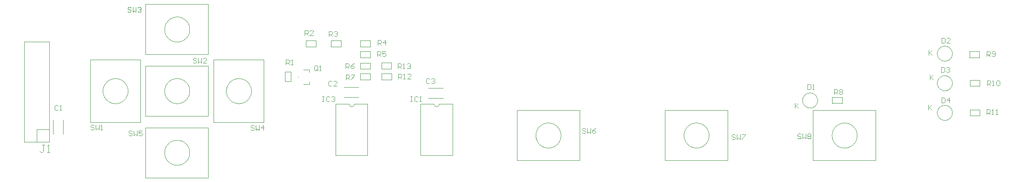
<source format=gto>
*%FSLAX23Y23*%
*%MOIN*%
G01*
D11*
X6083Y7888D02*
X6090Y7881D01*
X6083Y7888D02*
X6070D01*
X6063Y7881D01*
Y7855D01*
X6070Y7848D01*
X6083D01*
X6090Y7855D01*
X6103Y7848D02*
X6116D01*
X6110D01*
Y7888D01*
X6111D01*
X6110D02*
X6103Y7881D01*
X5985Y7570D02*
X5965D01*
X5975D01*
Y7520D01*
X5965Y7510D01*
X5955D01*
X5945Y7520D01*
X6005Y7510D02*
X6025D01*
X6015D01*
Y7570D01*
X6016D01*
X6015D02*
X6005Y7560D01*
X6370Y7731D02*
X6377Y7724D01*
X6370Y7731D02*
X6357D01*
X6350Y7724D01*
Y7717D01*
X6357Y7711D01*
X6370D01*
X6377Y7704D01*
Y7697D01*
X6370Y7691D01*
X6357D01*
X6350Y7697D01*
X6390Y7691D02*
Y7731D01*
X6404Y7704D02*
X6390Y7691D01*
X6404Y7704D02*
X6417Y7691D01*
Y7731D01*
X6430Y7691D02*
X6444D01*
X6437D01*
Y7731D01*
X6438D01*
X6437D02*
X6430Y7724D01*
X8059Y8446D02*
Y8486D01*
X8079D01*
X8086Y8480D01*
Y8466D01*
X8079Y8460D01*
X8059D01*
X8072D02*
X8086Y8446D01*
X8099D02*
X8126D01*
X8099D02*
X8126Y8473D01*
Y8480D01*
X8119Y8486D01*
X8106D01*
X8099Y8480D01*
X7909Y8250D02*
Y8210D01*
Y8250D02*
X7929D01*
X7936Y8244D01*
Y8230D01*
X7929Y8224D01*
X7909D01*
X7923D02*
X7936Y8210D01*
X7949D02*
X7963D01*
X7956D01*
Y8250D01*
X7957D01*
X7956D02*
X7949Y8244D01*
X8161Y8196D02*
Y8170D01*
Y8196D02*
X8154Y8203D01*
X8141D01*
X8134Y8196D01*
Y8170D01*
X8141Y8163D01*
X8154D01*
X8161D02*
X8147Y8176D01*
X8154Y8163D02*
X8161Y8170D01*
X8174Y8163D02*
X8187D01*
X8181D01*
Y8203D01*
X8182D01*
X8181D02*
X8174Y8196D01*
X7193Y8257D02*
X7186Y8264D01*
X7173D01*
X7166Y8257D01*
Y8250D01*
X7173Y8244D01*
X7186D01*
X7193Y8237D01*
Y8230D01*
X7186Y8224D01*
X7173D01*
X7166Y8230D01*
X7206Y8224D02*
Y8264D01*
X7220Y8237D02*
X7206Y8224D01*
X7220Y8237D02*
X7233Y8224D01*
Y8264D01*
X7246Y8224D02*
X7273D01*
X7246D02*
X7273Y8250D01*
Y8257D01*
X7266Y8264D01*
X7253D01*
X7246Y8257D01*
X6674Y7683D02*
X6680Y7677D01*
X6674Y7683D02*
X6660D01*
X6654Y7677D01*
Y7670D01*
X6660Y7663D01*
X6674D01*
X6680Y7657D01*
Y7650D01*
X6674Y7643D01*
X6660D01*
X6654Y7650D01*
X6694Y7643D02*
Y7683D01*
X6707Y7657D02*
X6694Y7643D01*
X6707Y7657D02*
X6720Y7643D01*
Y7683D01*
X6734D02*
X6760D01*
X6734D02*
Y7663D01*
X6747Y7670D01*
X6754D01*
X6760Y7663D01*
Y7650D01*
X6754Y7643D01*
X6740D01*
X6734Y7650D01*
X6672Y8665D02*
X6666Y8671D01*
X6652D01*
X6646Y8665D01*
Y8658D01*
X6652Y8651D01*
X6666D01*
X6672Y8645D01*
Y8638D01*
X6666Y8631D01*
X6652D01*
X6646Y8638D01*
X6686Y8631D02*
Y8671D01*
X6699Y8645D02*
X6686Y8631D01*
X6699Y8645D02*
X6712Y8631D01*
Y8671D01*
X6726Y8665D02*
X6732Y8671D01*
X6746D01*
X6752Y8665D01*
Y8658D01*
X6753D01*
X6752D02*
X6753D01*
X6752D02*
X6753D01*
X6752D02*
X6746Y8651D01*
X6739D01*
X6746D01*
X6752Y8645D01*
Y8638D01*
X6746Y8631D01*
X6732D01*
X6726Y8638D01*
X7646Y7727D02*
X7653Y7720D01*
X7646Y7727D02*
X7633D01*
X7626Y7720D01*
Y7713D01*
X7633Y7707D01*
X7646D01*
X7653Y7700D01*
Y7693D01*
X7646Y7687D01*
X7633D01*
X7626Y7693D01*
X7666Y7687D02*
Y7727D01*
X7679Y7700D02*
X7666Y7687D01*
X7679Y7700D02*
X7693Y7687D01*
Y7727D01*
X7726D02*
Y7687D01*
X7706Y7707D02*
X7726Y7727D01*
X7733Y7707D02*
X7706D01*
X8385Y8181D02*
Y8221D01*
X8405D01*
X8412Y8214D01*
Y8201D01*
X8405Y8194D01*
X8385D01*
X8398D02*
X8412Y8181D01*
X8438Y8214D02*
X8452Y8221D01*
X8438Y8214D02*
X8425Y8201D01*
Y8187D01*
X8432Y8181D01*
X8445D01*
X8452Y8187D01*
Y8194D01*
X8445Y8201D01*
X8425D01*
X8638Y8277D02*
Y8317D01*
X8658D01*
X8664Y8310D01*
Y8297D01*
X8658Y8290D01*
X8638D01*
X8651D02*
X8664Y8277D01*
X8678Y8317D02*
X8704D01*
X8678D02*
Y8297D01*
X8691Y8304D01*
X8698D01*
X8704Y8297D01*
Y8284D01*
X8698Y8277D01*
X8684D01*
X8678Y8284D01*
X8642Y8368D02*
Y8408D01*
X8662D01*
X8668Y8401D01*
Y8388D01*
X8662Y8381D01*
X8642D01*
X8655D02*
X8668Y8368D01*
X8702D02*
Y8408D01*
X8682Y8388D01*
X8708D01*
X8252Y8439D02*
Y8479D01*
X8272D01*
X8279Y8472D01*
Y8459D01*
X8272Y8452D01*
X8252D01*
X8265D02*
X8279Y8439D01*
X8292Y8472D02*
X8299Y8479D01*
X8312D01*
X8319Y8472D01*
Y8465D01*
X8320D01*
X8319D02*
X8320D01*
X8319D02*
X8320D01*
X8319D02*
X8312Y8459D01*
X8305D01*
X8312D01*
X8319Y8452D01*
Y8445D01*
X8312Y8439D01*
X8299D01*
X8292Y8445D01*
X9048Y8101D02*
X9054Y8094D01*
X9048Y8101D02*
X9034D01*
X9028Y8094D01*
Y8067D01*
X9034Y8061D01*
X9048D01*
X9054Y8067D01*
X9068Y8094D02*
X9074Y8101D01*
X9088D01*
X9094Y8094D01*
Y8087D01*
X9095D01*
X9094D02*
X9095D01*
X9094D02*
X9095D01*
X9094D02*
X9088Y8081D01*
X9081D01*
X9088D01*
X9094Y8074D01*
Y8067D01*
X9088Y8061D01*
X9074D01*
X9068Y8067D01*
X8274Y8075D02*
X8267Y8082D01*
X8254D01*
X8247Y8075D01*
Y8048D01*
X8254Y8042D01*
X8267D01*
X8274Y8048D01*
X8287Y8042D02*
X8314D01*
X8287D02*
X8314Y8068D01*
Y8075D01*
X8307Y8082D01*
X8294D01*
X8287Y8075D01*
X8210Y7959D02*
X8197D01*
X8204D02*
X8210D01*
X8204D02*
Y7919D01*
X8197D01*
X8210D01*
X8250Y7959D02*
X8257Y7952D01*
X8250Y7959D02*
X8237D01*
X8230Y7952D01*
Y7926D01*
X8237Y7919D01*
X8250D01*
X8257Y7926D01*
X8270Y7952D02*
X8277Y7959D01*
X8290D01*
X8297Y7952D01*
Y7946D01*
X8298D01*
X8297D02*
X8298D01*
X8297D02*
X8298D01*
X8297D02*
X8290Y7939D01*
X8284D01*
X8290D01*
X8297Y7932D01*
Y7926D01*
X8290Y7919D01*
X8277D01*
X8270Y7926D01*
X8902Y7959D02*
X8915D01*
X8908D01*
Y7919D01*
X8902D01*
X8915D01*
X8955Y7959D02*
X8962Y7952D01*
X8955Y7959D02*
X8942D01*
X8935Y7952D01*
Y7926D01*
X8942Y7919D01*
X8955D01*
X8962Y7926D01*
X8975Y7919D02*
X8988D01*
X8982D01*
Y7959D01*
X8983D01*
X8982D02*
X8975Y7952D01*
X8387Y8090D02*
Y8130D01*
X8407D01*
X8414Y8123D01*
Y8110D01*
X8407Y8103D01*
X8387D01*
X8400D02*
X8414Y8090D01*
X8427Y8130D02*
X8454D01*
Y8123D01*
X8427Y8096D01*
Y8090D01*
X8801Y8180D02*
Y8220D01*
X8821D01*
X8828Y8213D01*
Y8200D01*
X8821Y8193D01*
X8801D01*
X8814D02*
X8828Y8180D01*
X8841D02*
X8854D01*
X8848D01*
Y8220D01*
X8849D01*
X8848D02*
X8841Y8213D01*
X8874D02*
X8881Y8220D01*
X8894D01*
X8901Y8213D01*
Y8206D01*
X8902D01*
X8901D02*
X8902D01*
X8901D02*
X8902D01*
X8901D02*
X8894Y8200D01*
X8888D01*
X8894D01*
X8901Y8193D01*
Y8186D01*
X8894Y8180D01*
X8881D01*
X8874Y8186D01*
X8803Y8137D02*
Y8097D01*
Y8137D02*
X8823D01*
X8830Y8130D01*
Y8117D01*
X8823Y8110D01*
X8803D01*
X8816D02*
X8830Y8097D01*
X8843D02*
X8856D01*
X8850D01*
Y8137D01*
X8851D01*
X8850D02*
X8843Y8130D01*
X8876Y8097D02*
X8903D01*
X8876D02*
X8903Y8123D01*
Y8130D01*
X8896Y8137D01*
X8883D01*
X8876Y8130D01*
X11485Y7656D02*
X11491Y7649D01*
X11485Y7656D02*
X11471D01*
X11465Y7649D01*
Y7642D01*
X11471Y7636D01*
X11485D01*
X11491Y7629D01*
Y7622D01*
X11485Y7616D01*
X11471D01*
X11465Y7622D01*
X11505Y7616D02*
Y7656D01*
X11518Y7629D02*
X11505Y7616D01*
X11518Y7629D02*
X11531Y7616D01*
Y7656D01*
X11545D02*
X11571D01*
Y7649D01*
X11545Y7622D01*
Y7616D01*
X10298Y7696D02*
X10292Y7703D01*
X10278D01*
X10272Y7696D01*
Y7690D01*
X10278Y7683D01*
X10292D01*
X10298Y7676D01*
Y7670D01*
X10292Y7663D01*
X10278D01*
X10272Y7670D01*
X10312Y7663D02*
Y7703D01*
X10325Y7676D02*
X10312Y7663D01*
X10325Y7676D02*
X10338Y7663D01*
Y7703D01*
X10365Y7696D02*
X10378Y7703D01*
X10365Y7696D02*
X10352Y7683D01*
Y7670D01*
X10358Y7663D01*
X10372D01*
X10378Y7670D01*
Y7676D01*
X10372Y7683D01*
X10352D01*
X12280Y7974D02*
Y8014D01*
X12300D01*
X12306Y8007D01*
Y7994D01*
X12300Y7987D01*
X12280D01*
X12293D02*
X12306Y7974D01*
X12320Y8007D02*
X12326Y8014D01*
X12340D01*
X12346Y8007D01*
Y8001D01*
X12340Y7994D01*
X12346Y7987D01*
Y7981D01*
X12340Y7974D01*
X12326D01*
X12320Y7981D01*
Y7987D01*
X12326Y7994D01*
X12320Y8001D01*
Y8007D01*
X12326Y7994D02*
X12340D01*
X12067Y8013D02*
Y8053D01*
Y8013D02*
X12087D01*
X12094Y8020D01*
Y8047D01*
X12087Y8053D01*
X12067D01*
X12107Y8013D02*
X12120D01*
X12114D01*
Y8053D01*
X12115D01*
X12114D02*
X12107Y8047D01*
X12008Y7660D02*
X12015Y7653D01*
X12008Y7660D02*
X11995D01*
X11988Y7653D01*
Y7646D01*
X11995Y7640D01*
X12008D01*
X12015Y7633D01*
Y7626D01*
X12008Y7620D01*
X11995D01*
X11988Y7626D01*
X12028Y7620D02*
Y7660D01*
X12042Y7633D02*
X12028Y7620D01*
X12042Y7633D02*
X12055Y7620D01*
Y7660D01*
X12068Y7653D02*
X12075Y7660D01*
X12088D01*
X12095Y7653D01*
Y7646D01*
X12088Y7640D01*
X12095Y7633D01*
Y7626D01*
X12088Y7620D01*
X12075D01*
X12068Y7626D01*
Y7633D01*
X12075Y7640D01*
X12068Y7646D01*
Y7653D01*
X12075Y7640D02*
X12088D01*
X13496Y7813D02*
Y7853D01*
X13516D01*
X13523Y7846D01*
Y7833D01*
X13516Y7826D01*
X13496D01*
X13509D02*
X13523Y7813D01*
X13536D02*
X13549D01*
X13543D01*
Y7853D01*
X13544D01*
X13543D02*
X13536Y7846D01*
X13569Y7813D02*
X13583D01*
X13576D01*
Y7853D01*
X13577D01*
X13576D02*
X13569Y7846D01*
X13500Y8045D02*
Y8085D01*
X13520D01*
X13527Y8078D01*
Y8065D01*
X13520Y8058D01*
X13500D01*
X13513D02*
X13527Y8045D01*
X13540D02*
X13553D01*
X13547D01*
Y8085D01*
X13548D01*
X13547D02*
X13540Y8078D01*
X13573D02*
X13580Y8085D01*
X13593D01*
X13600Y8078D01*
Y8052D01*
X13593Y8045D01*
X13580D01*
X13573Y8052D01*
Y8078D01*
X13496Y8277D02*
Y8317D01*
X13516D01*
X13523Y8310D01*
Y8297D01*
X13516Y8290D01*
X13496D01*
X13509D02*
X13523Y8277D01*
X13536Y8284D02*
X13543Y8277D01*
X13556D01*
X13563Y8284D01*
Y8310D01*
X13556Y8317D01*
X13543D01*
X13536Y8310D01*
Y8304D01*
X13543Y8297D01*
X13563D01*
X13138Y7947D02*
Y7907D01*
X13158D01*
X13164Y7914D01*
Y7940D01*
X13158Y7947D01*
X13138D01*
X13198D02*
Y7907D01*
X13178Y7927D02*
X13198Y7947D01*
X13204Y7927D02*
X13178D01*
X13134Y8151D02*
Y8191D01*
Y8151D02*
X13154D01*
X13161Y8158D01*
Y8184D01*
X13154Y8191D01*
X13134D01*
X13174Y8184D02*
X13181Y8191D01*
X13194D01*
X13201Y8184D01*
Y8178D01*
X13202D01*
X13201D02*
X13202D01*
X13201D02*
X13202D01*
X13201D02*
X13194Y8171D01*
X13187D01*
X13194D01*
X13201Y8164D01*
Y8158D01*
X13194Y8151D01*
X13181D01*
X13174Y8158D01*
X13138Y8383D02*
Y8423D01*
Y8383D02*
X13158D01*
X13164Y8390D01*
Y8417D01*
X13158Y8423D01*
X13138D01*
X13178Y8383D02*
X13204D01*
X13178D02*
X13204Y8410D01*
Y8417D01*
X13198Y8423D01*
X13184D01*
X13178Y8417D01*
D14*
X6131Y7772D02*
Y7657D01*
X6051D02*
Y7772D01*
X6647Y8002D02*
X6647Y7998D01*
X6647Y7995D01*
X6647Y7992D01*
X6646Y7988D01*
X6646Y7985D01*
X6645Y7982D01*
X6645Y7978D01*
X6644Y7975D01*
X6643Y7972D01*
X6642Y7969D01*
X6641Y7966D01*
X6639Y7963D01*
X6638Y7960D01*
X6637Y7957D01*
X6635Y7954D01*
X6633Y7951D01*
X6632Y7948D01*
X6630Y7945D01*
X6628Y7942D01*
X6626Y7940D01*
X6624Y7937D01*
X6622Y7935D01*
X6619Y7932D01*
X6617Y7930D01*
X6615Y7928D01*
X6612Y7925D01*
X6610Y7923D01*
X6607Y7921D01*
X6604Y7919D01*
X6602Y7918D01*
X6599Y7916D01*
X6596Y7914D01*
X6593Y7913D01*
X6590Y7911D01*
X6587Y7910D01*
X6584Y7908D01*
X6581Y7907D01*
X6578Y7906D01*
X6574Y7905D01*
X6571Y7904D01*
X6568Y7904D01*
X6565Y7903D01*
X6561Y7903D01*
X6558Y7902D01*
X6555Y7902D01*
X6551Y7902D01*
X6548Y7902D01*
X6545Y7902D01*
X6541Y7902D01*
X6538Y7902D01*
X6535Y7902D01*
X6532Y7903D01*
X6528Y7903D01*
X6525Y7904D01*
X6522Y7905D01*
X6519Y7906D01*
X6515Y7907D01*
X6512Y7908D01*
X6509Y7909D01*
X6506Y7910D01*
X6503Y7912D01*
X6500Y7913D01*
X6497Y7915D01*
X6494Y7917D01*
X6492Y7918D01*
X6489Y7920D01*
X6486Y7922D01*
X6484Y7924D01*
X6481Y7927D01*
X6479Y7929D01*
X6476Y7931D01*
X6474Y7934D01*
X6472Y7936D01*
X6470Y7939D01*
X6468Y7941D01*
X6466Y7944D01*
X6464Y7947D01*
X6462Y7949D01*
X6460Y7952D01*
X6459Y7955D01*
X6457Y7958D01*
X6456Y7961D01*
X6454Y7964D01*
X6453Y7967D01*
X6452Y7970D01*
X6451Y7974D01*
X6450Y7977D01*
X6450Y7980D01*
X6449Y7983D01*
X6448Y7987D01*
X6448Y7990D01*
X6448Y7993D01*
X6447Y7997D01*
X6447Y8000D01*
Y8003D01*
X6447Y8007D01*
X6448Y8010D01*
X6448Y8013D01*
X6448Y8016D01*
X6449Y8020D01*
X6450Y8023D01*
X6450Y8026D01*
X6451Y8029D01*
X6452Y8033D01*
X6453Y8036D01*
X6454Y8039D01*
X6456Y8042D01*
X6457Y8045D01*
X6459Y8048D01*
X6460Y8051D01*
X6462Y8054D01*
X6464Y8056D01*
X6466Y8059D01*
X6468Y8062D01*
X6470Y8065D01*
X6472Y8067D01*
X6474Y8070D01*
X6476Y8072D01*
X6479Y8074D01*
X6481Y8077D01*
X6484Y8079D01*
X6486Y8081D01*
X6489Y8083D01*
X6492Y8085D01*
X6494Y8086D01*
X6497Y8088D01*
X6500Y8090D01*
X6503Y8091D01*
X6506Y8093D01*
X6509Y8094D01*
X6512Y8095D01*
X6515Y8096D01*
X6519Y8097D01*
X6522Y8098D01*
X6525Y8099D01*
X6528Y8100D01*
X6532Y8100D01*
X6535Y8101D01*
X6538Y8101D01*
X6541Y8101D01*
X6545Y8102D01*
X6548Y8102D01*
X6551Y8101D01*
X6555Y8101D01*
X6558Y8101D01*
X6561Y8101D01*
X6565Y8100D01*
X6568Y8099D01*
X6571Y8099D01*
X6574Y8098D01*
X6578Y8097D01*
X6581Y8096D01*
X6584Y8095D01*
X6587Y8093D01*
X6590Y8092D01*
X6593Y8091D01*
X6596Y8089D01*
X6599Y8087D01*
X6602Y8086D01*
X6604Y8084D01*
X6607Y8082D01*
X6610Y8080D01*
X6612Y8078D01*
X6615Y8075D01*
X6617Y8073D01*
X6619Y8071D01*
X6622Y8068D01*
X6624Y8066D01*
X6626Y8063D01*
X6628Y8061D01*
X6630Y8058D01*
X6632Y8055D01*
X6633Y8052D01*
X6635Y8049D01*
X6637Y8046D01*
X6638Y8043D01*
X6639Y8040D01*
X6641Y8037D01*
X6642Y8034D01*
X6643Y8031D01*
X6644Y8028D01*
X6645Y8025D01*
X6645Y8021D01*
X6646Y8018D01*
X6646Y8015D01*
X6647Y8012D01*
X6647Y8008D01*
X6647Y8005D01*
X6647Y8002D01*
X6747Y8252D02*
X6347D01*
Y7752D02*
X6747D01*
X6347D02*
Y8252D01*
X6747D02*
Y7752D01*
X8147Y8355D02*
Y8403D01*
X8068D02*
Y8355D01*
X8068Y8355D02*
X8147D01*
Y8403D02*
X8068D01*
X7949Y8156D02*
Y8077D01*
X7901D02*
Y8156D01*
X7902Y8156D02*
X7949D01*
Y8078D02*
X7902D01*
X7139Y8002D02*
X7139Y7998D01*
X7139Y7995D01*
X7139Y7992D01*
X7139Y7988D01*
X7138Y7985D01*
X7137Y7982D01*
X7137Y7978D01*
X7136Y7975D01*
X7135Y7972D01*
X7134Y7969D01*
X7133Y7966D01*
X7132Y7963D01*
X7130Y7960D01*
X7129Y7957D01*
X7127Y7954D01*
X7126Y7951D01*
X7124Y7948D01*
X7122Y7945D01*
X7120Y7942D01*
X7118Y7940D01*
X7116Y7937D01*
X7114Y7935D01*
X7112Y7932D01*
X7109Y7930D01*
X7107Y7928D01*
X7104Y7925D01*
X7102Y7923D01*
X7099Y7921D01*
X7096Y7919D01*
X7094Y7918D01*
X7091Y7916D01*
X7088Y7914D01*
X7085Y7913D01*
X7082Y7911D01*
X7079Y7910D01*
X7076Y7908D01*
X7073Y7907D01*
X7070Y7906D01*
X7066Y7905D01*
X7063Y7904D01*
X7060Y7904D01*
X7057Y7903D01*
X7053Y7903D01*
X7050Y7902D01*
X7047Y7902D01*
X7044Y7902D01*
X7040Y7902D01*
X7037Y7902D01*
X7034Y7902D01*
X7030Y7902D01*
X7027Y7902D01*
X7024Y7903D01*
X7020Y7903D01*
X7017Y7904D01*
X7014Y7905D01*
X7011Y7906D01*
X7008Y7907D01*
X7004Y7908D01*
X7001Y7909D01*
X6998Y7910D01*
X6995Y7912D01*
X6992Y7913D01*
X6989Y7915D01*
X6987Y7917D01*
X6984Y7918D01*
X6981Y7920D01*
X6978Y7922D01*
X6976Y7924D01*
X6973Y7927D01*
X6971Y7929D01*
X6968Y7931D01*
X6966Y7934D01*
X6964Y7936D01*
X6962Y7939D01*
X6960Y7941D01*
X6958Y7944D01*
X6956Y7947D01*
X6954Y7949D01*
X6952Y7952D01*
X6951Y7955D01*
X6949Y7958D01*
X6948Y7961D01*
X6947Y7964D01*
X6945Y7967D01*
X6944Y7970D01*
X6943Y7974D01*
X6942Y7977D01*
X6942Y7980D01*
X6941Y7983D01*
X6941Y7987D01*
X6940Y7990D01*
X6940Y7993D01*
X6940Y7997D01*
X6939Y8000D01*
Y8003D01*
X6940Y8007D01*
X6940Y8010D01*
X6940Y8013D01*
X6941Y8016D01*
X6941Y8020D01*
X6942Y8023D01*
X6942Y8026D01*
X6943Y8029D01*
X6944Y8033D01*
X6945Y8036D01*
X6947Y8039D01*
X6948Y8042D01*
X6949Y8045D01*
X6951Y8048D01*
X6952Y8051D01*
X6954Y8054D01*
X6956Y8056D01*
X6958Y8059D01*
X6960Y8062D01*
X6962Y8065D01*
X6964Y8067D01*
X6966Y8070D01*
X6968Y8072D01*
X6971Y8074D01*
X6973Y8077D01*
X6976Y8079D01*
X6978Y8081D01*
X6981Y8083D01*
X6984Y8085D01*
X6987Y8086D01*
X6989Y8088D01*
X6992Y8090D01*
X6995Y8091D01*
X6998Y8093D01*
X7001Y8094D01*
X7004Y8095D01*
X7008Y8096D01*
X7011Y8097D01*
X7014Y8098D01*
X7017Y8099D01*
X7020Y8100D01*
X7024Y8100D01*
X7027Y8101D01*
X7030Y8101D01*
X7034Y8101D01*
X7037Y8102D01*
X7040Y8102D01*
X7044Y8101D01*
X7047Y8101D01*
X7050Y8101D01*
X7053Y8101D01*
X7057Y8100D01*
X7060Y8099D01*
X7063Y8099D01*
X7066Y8098D01*
X7070Y8097D01*
X7073Y8096D01*
X7076Y8095D01*
X7079Y8093D01*
X7082Y8092D01*
X7085Y8091D01*
X7088Y8089D01*
X7091Y8087D01*
X7094Y8086D01*
X7096Y8084D01*
X7099Y8082D01*
X7102Y8080D01*
X7104Y8078D01*
X7107Y8075D01*
X7109Y8073D01*
X7112Y8071D01*
X7114Y8068D01*
X7116Y8066D01*
X7118Y8063D01*
X7120Y8061D01*
X7122Y8058D01*
X7124Y8055D01*
X7126Y8052D01*
X7127Y8049D01*
X7129Y8046D01*
X7130Y8043D01*
X7132Y8040D01*
X7133Y8037D01*
X7134Y8034D01*
X7135Y8031D01*
X7136Y8028D01*
X7137Y8025D01*
X7137Y8021D01*
X7138Y8018D01*
X7139Y8015D01*
X7139Y8012D01*
X7139Y8008D01*
X7139Y8005D01*
X7139Y8002D01*
X6789Y7802D02*
Y8202D01*
X7289D02*
Y7802D01*
X6789D01*
Y8202D02*
X7289D01*
X7139Y7509D02*
X7139Y7506D01*
X7139Y7503D01*
X7139Y7499D01*
X7139Y7496D01*
X7138Y7493D01*
X7137Y7490D01*
X7137Y7486D01*
X7136Y7483D01*
X7135Y7480D01*
X7134Y7477D01*
X7133Y7474D01*
X7132Y7471D01*
X7130Y7468D01*
X7129Y7465D01*
X7127Y7462D01*
X7126Y7459D01*
X7124Y7456D01*
X7122Y7453D01*
X7120Y7450D01*
X7118Y7448D01*
X7116Y7445D01*
X7114Y7443D01*
X7112Y7440D01*
X7109Y7438D01*
X7107Y7436D01*
X7104Y7433D01*
X7102Y7431D01*
X7099Y7429D01*
X7096Y7427D01*
X7094Y7425D01*
X7091Y7424D01*
X7088Y7422D01*
X7085Y7420D01*
X7082Y7419D01*
X7079Y7418D01*
X7076Y7416D01*
X7073Y7415D01*
X7070Y7414D01*
X7066Y7413D01*
X7063Y7412D01*
X7060Y7412D01*
X7057Y7411D01*
X7053Y7410D01*
X7050Y7410D01*
X7047Y7410D01*
X7044Y7410D01*
X7040Y7409D01*
X7037Y7409D01*
X7034Y7410D01*
X7030Y7410D01*
X7027Y7410D01*
X7024Y7411D01*
X7020Y7411D01*
X7017Y7412D01*
X7014Y7413D01*
X7011Y7414D01*
X7008Y7415D01*
X7004Y7416D01*
X7001Y7417D01*
X6998Y7418D01*
X6995Y7420D01*
X6992Y7421D01*
X6989Y7423D01*
X6987Y7425D01*
X6984Y7426D01*
X6981Y7428D01*
X6978Y7430D01*
X6976Y7432D01*
X6973Y7434D01*
X6971Y7437D01*
X6968Y7439D01*
X6966Y7441D01*
X6964Y7444D01*
X6962Y7446D01*
X6960Y7449D01*
X6958Y7452D01*
X6956Y7454D01*
X6954Y7457D01*
X6952Y7460D01*
X6951Y7463D01*
X6949Y7466D01*
X6948Y7469D01*
X6947Y7472D01*
X6945Y7475D01*
X6944Y7478D01*
X6943Y7482D01*
X6942Y7485D01*
X6942Y7488D01*
X6941Y7491D01*
X6941Y7495D01*
X6940Y7498D01*
X6940Y7501D01*
X6940Y7504D01*
X6939Y7508D01*
Y7511D01*
X6940Y7514D01*
X6940Y7518D01*
X6940Y7521D01*
X6941Y7524D01*
X6941Y7528D01*
X6942Y7531D01*
X6942Y7534D01*
X6943Y7537D01*
X6944Y7540D01*
X6945Y7544D01*
X6947Y7547D01*
X6948Y7550D01*
X6949Y7553D01*
X6951Y7556D01*
X6952Y7559D01*
X6954Y7562D01*
X6956Y7564D01*
X6958Y7567D01*
X6960Y7570D01*
X6962Y7572D01*
X6964Y7575D01*
X6966Y7577D01*
X6968Y7580D01*
X6971Y7582D01*
X6973Y7584D01*
X6976Y7587D01*
X6978Y7589D01*
X6981Y7591D01*
X6984Y7593D01*
X6987Y7594D01*
X6989Y7596D01*
X6992Y7598D01*
X6995Y7599D01*
X6998Y7601D01*
X7001Y7602D01*
X7004Y7603D01*
X7008Y7604D01*
X7011Y7605D01*
X7014Y7606D01*
X7017Y7607D01*
X7020Y7608D01*
X7024Y7608D01*
X7027Y7609D01*
X7030Y7609D01*
X7034Y7609D01*
X7037Y7609D01*
X7040Y7609D01*
X7044Y7609D01*
X7047Y7609D01*
X7050Y7609D01*
X7053Y7608D01*
X7057Y7608D01*
X7060Y7607D01*
X7063Y7607D01*
X7066Y7606D01*
X7070Y7605D01*
X7073Y7604D01*
X7076Y7603D01*
X7079Y7601D01*
X7082Y7600D01*
X7085Y7598D01*
X7088Y7597D01*
X7091Y7595D01*
X7094Y7593D01*
X7096Y7592D01*
X7099Y7590D01*
X7102Y7588D01*
X7104Y7585D01*
X7107Y7583D01*
X7109Y7581D01*
X7112Y7579D01*
X7114Y7576D01*
X7116Y7574D01*
X7118Y7571D01*
X7120Y7568D01*
X7122Y7566D01*
X7124Y7563D01*
X7126Y7560D01*
X7127Y7557D01*
X7129Y7554D01*
X7130Y7551D01*
X7132Y7548D01*
X7133Y7545D01*
X7134Y7542D01*
X7135Y7539D01*
X7136Y7536D01*
X7137Y7532D01*
X7137Y7529D01*
X7138Y7526D01*
X7139Y7523D01*
X7139Y7519D01*
X7139Y7516D01*
X7139Y7513D01*
X7139Y7509D01*
X7289Y7309D02*
Y7709D01*
X6789D02*
Y7309D01*
Y7709D02*
X7289D01*
Y7309D02*
X6789D01*
X7139Y8494D02*
X7139Y8490D01*
X7139Y8487D01*
X7139Y8484D01*
X7139Y8480D01*
X7138Y8477D01*
X7137Y8474D01*
X7137Y8471D01*
X7136Y8467D01*
X7135Y8464D01*
X7134Y8461D01*
X7133Y8458D01*
X7132Y8455D01*
X7130Y8452D01*
X7129Y8449D01*
X7127Y8446D01*
X7126Y8443D01*
X7124Y8440D01*
X7122Y8437D01*
X7120Y8435D01*
X7118Y8432D01*
X7116Y8429D01*
X7114Y8427D01*
X7112Y8424D01*
X7109Y8422D01*
X7107Y8420D01*
X7104Y8418D01*
X7102Y8415D01*
X7099Y8413D01*
X7096Y8412D01*
X7094Y8410D01*
X7091Y8408D01*
X7088Y8406D01*
X7085Y8405D01*
X7082Y8403D01*
X7079Y8402D01*
X7076Y8401D01*
X7073Y8399D01*
X7070Y8398D01*
X7066Y8397D01*
X7063Y8397D01*
X7060Y8396D01*
X7057Y8395D01*
X7053Y8395D01*
X7050Y8394D01*
X7047Y8394D01*
X7044Y8394D01*
X7040Y8394D01*
X7037Y8394D01*
X7034Y8394D01*
X7030Y8394D01*
X7027Y8394D01*
X7024Y8395D01*
X7020Y8395D01*
X7017Y8396D01*
X7014Y8397D01*
X7011Y8398D01*
X7008Y8399D01*
X7004Y8400D01*
X7001Y8401D01*
X6998Y8403D01*
X6995Y8404D01*
X6992Y8405D01*
X6989Y8407D01*
X6987Y8409D01*
X6984Y8411D01*
X6981Y8412D01*
X6978Y8414D01*
X6976Y8417D01*
X6973Y8419D01*
X6971Y8421D01*
X6968Y8423D01*
X6966Y8426D01*
X6964Y8428D01*
X6962Y8431D01*
X6960Y8433D01*
X6958Y8436D01*
X6956Y8439D01*
X6954Y8442D01*
X6952Y8444D01*
X6951Y8447D01*
X6949Y8450D01*
X6948Y8453D01*
X6947Y8456D01*
X6945Y8459D01*
X6944Y8463D01*
X6943Y8466D01*
X6942Y8469D01*
X6942Y8472D01*
X6941Y8475D01*
X6941Y8479D01*
X6940Y8482D01*
X6940Y8485D01*
X6940Y8489D01*
X6939Y8492D01*
Y8495D01*
X6940Y8499D01*
X6940Y8502D01*
X6940Y8505D01*
X6941Y8509D01*
X6941Y8512D01*
X6942Y8515D01*
X6942Y8518D01*
X6943Y8522D01*
X6944Y8525D01*
X6945Y8528D01*
X6947Y8531D01*
X6948Y8534D01*
X6949Y8537D01*
X6951Y8540D01*
X6952Y8543D01*
X6954Y8546D01*
X6956Y8549D01*
X6958Y8551D01*
X6960Y8554D01*
X6962Y8557D01*
X6964Y8559D01*
X6966Y8562D01*
X6968Y8564D01*
X6971Y8566D01*
X6973Y8569D01*
X6976Y8571D01*
X6978Y8573D01*
X6981Y8575D01*
X6984Y8577D01*
X6987Y8579D01*
X6989Y8580D01*
X6992Y8582D01*
X6995Y8583D01*
X6998Y8585D01*
X7001Y8586D01*
X7004Y8587D01*
X7008Y8588D01*
X7011Y8589D01*
X7014Y8590D01*
X7017Y8591D01*
X7020Y8592D01*
X7024Y8592D01*
X7027Y8593D01*
X7030Y8593D01*
X7034Y8594D01*
X7037Y8594D01*
X7040Y8594D01*
X7044Y8594D01*
X7047Y8593D01*
X7050Y8593D01*
X7053Y8593D01*
X7057Y8592D01*
X7060Y8592D01*
X7063Y8591D01*
X7066Y8590D01*
X7070Y8589D01*
X7073Y8588D01*
X7076Y8587D01*
X7079Y8585D01*
X7082Y8584D01*
X7085Y8583D01*
X7088Y8581D01*
X7091Y8579D01*
X7094Y8578D01*
X7096Y8576D01*
X7099Y8574D01*
X7102Y8572D01*
X7104Y8570D01*
X7107Y8568D01*
X7109Y8565D01*
X7112Y8563D01*
X7114Y8560D01*
X7116Y8558D01*
X7118Y8555D01*
X7120Y8553D01*
X7122Y8550D01*
X7124Y8547D01*
X7126Y8544D01*
X7127Y8541D01*
X7129Y8539D01*
X7130Y8536D01*
X7132Y8533D01*
X7133Y8529D01*
X7134Y8526D01*
X7135Y8523D01*
X7136Y8520D01*
X7137Y8517D01*
X7137Y8513D01*
X7138Y8510D01*
X7139Y8507D01*
X7139Y8504D01*
X7139Y8500D01*
X7139Y8497D01*
X7139Y8494D01*
X6789Y8294D02*
Y8694D01*
X7289D02*
Y8294D01*
X6789D01*
Y8694D02*
X7289D01*
X7632Y8002D02*
X7631Y7998D01*
X7631Y7995D01*
X7631Y7992D01*
X7631Y7988D01*
X7630Y7985D01*
X7630Y7982D01*
X7629Y7978D01*
X7628Y7975D01*
X7627Y7972D01*
X7626Y7969D01*
X7625Y7966D01*
X7624Y7963D01*
X7622Y7960D01*
X7621Y7957D01*
X7619Y7954D01*
X7618Y7951D01*
X7616Y7948D01*
X7614Y7945D01*
X7612Y7942D01*
X7610Y7940D01*
X7608Y7937D01*
X7606Y7935D01*
X7604Y7932D01*
X7601Y7930D01*
X7599Y7928D01*
X7596Y7925D01*
X7594Y7923D01*
X7591Y7921D01*
X7589Y7919D01*
X7586Y7918D01*
X7583Y7916D01*
X7580Y7914D01*
X7577Y7913D01*
X7574Y7911D01*
X7571Y7910D01*
X7568Y7908D01*
X7565Y7907D01*
X7562Y7906D01*
X7559Y7905D01*
X7555Y7904D01*
X7552Y7904D01*
X7549Y7903D01*
X7546Y7903D01*
X7542Y7902D01*
X7539Y7902D01*
X7536Y7902D01*
X7532Y7902D01*
X7529Y7902D01*
X7526Y7902D01*
X7522Y7902D01*
X7519Y7902D01*
X7516Y7903D01*
X7513Y7903D01*
X7509Y7904D01*
X7506Y7905D01*
X7503Y7906D01*
X7500Y7907D01*
X7497Y7908D01*
X7493Y7909D01*
X7490Y7910D01*
X7487Y7912D01*
X7484Y7913D01*
X7482Y7915D01*
X7479Y7917D01*
X7476Y7918D01*
X7473Y7920D01*
X7470Y7922D01*
X7468Y7924D01*
X7465Y7927D01*
X7463Y7929D01*
X7461Y7931D01*
X7458Y7934D01*
X7456Y7936D01*
X7454Y7939D01*
X7452Y7941D01*
X7450Y7944D01*
X7448Y7947D01*
X7446Y7949D01*
X7445Y7952D01*
X7443Y7955D01*
X7441Y7958D01*
X7440Y7961D01*
X7439Y7964D01*
X7438Y7967D01*
X7436Y7970D01*
X7435Y7974D01*
X7435Y7977D01*
X7434Y7980D01*
X7433Y7983D01*
X7433Y7987D01*
X7432Y7990D01*
X7432Y7993D01*
X7432Y7997D01*
X7432Y8000D01*
Y8003D01*
X7432Y8007D01*
X7432Y8010D01*
X7432Y8013D01*
X7433Y8016D01*
X7433Y8020D01*
X7434Y8023D01*
X7435Y8026D01*
X7435Y8029D01*
X7436Y8033D01*
X7438Y8036D01*
X7439Y8039D01*
X7440Y8042D01*
X7441Y8045D01*
X7443Y8048D01*
X7445Y8051D01*
X7446Y8054D01*
X7448Y8056D01*
X7450Y8059D01*
X7452Y8062D01*
X7454Y8065D01*
X7456Y8067D01*
X7458Y8070D01*
X7461Y8072D01*
X7463Y8074D01*
X7465Y8077D01*
X7468Y8079D01*
X7470Y8081D01*
X7473Y8083D01*
X7476Y8085D01*
X7479Y8086D01*
X7482Y8088D01*
X7484Y8090D01*
X7487Y8091D01*
X7490Y8093D01*
X7493Y8094D01*
X7497Y8095D01*
X7500Y8096D01*
X7503Y8097D01*
X7506Y8098D01*
X7509Y8099D01*
X7513Y8100D01*
X7516Y8100D01*
X7519Y8101D01*
X7522Y8101D01*
X7526Y8101D01*
X7529Y8102D01*
X7532Y8102D01*
X7536Y8101D01*
X7539Y8101D01*
X7542Y8101D01*
X7546Y8101D01*
X7549Y8100D01*
X7552Y8099D01*
X7555Y8099D01*
X7559Y8098D01*
X7562Y8097D01*
X7565Y8096D01*
X7568Y8095D01*
X7571Y8093D01*
X7574Y8092D01*
X7577Y8091D01*
X7580Y8089D01*
X7583Y8087D01*
X7586Y8086D01*
X7589Y8084D01*
X7591Y8082D01*
X7594Y8080D01*
X7596Y8078D01*
X7599Y8075D01*
X7601Y8073D01*
X7604Y8071D01*
X7606Y8068D01*
X7608Y8066D01*
X7610Y8063D01*
X7612Y8061D01*
X7614Y8058D01*
X7616Y8055D01*
X7618Y8052D01*
X7619Y8049D01*
X7621Y8046D01*
X7622Y8043D01*
X7624Y8040D01*
X7625Y8037D01*
X7626Y8034D01*
X7627Y8031D01*
X7628Y8028D01*
X7629Y8025D01*
X7630Y8021D01*
X7630Y8018D01*
X7631Y8015D01*
X7631Y8012D01*
X7631Y8008D01*
X7631Y8005D01*
X7632Y8002D01*
X7732Y7752D02*
X7332D01*
Y8252D02*
X7732D01*
Y7752D01*
X7332D02*
Y8252D01*
X8580Y8226D02*
Y8178D01*
X8501D02*
Y8226D01*
X8501Y8178D02*
X8580D01*
Y8226D02*
X8501D01*
X8580Y8269D02*
Y8317D01*
X8501D02*
Y8269D01*
X8501Y8269D02*
X8580D01*
Y8317D02*
X8501D01*
X8580Y8355D02*
Y8403D01*
X8501D02*
Y8355D01*
X8501Y8355D02*
X8580D01*
Y8403D02*
X8501D01*
X8348Y8403D02*
Y8355D01*
X8269D02*
Y8403D01*
X8269Y8355D02*
X8348D01*
Y8403D02*
X8269D01*
X9045Y7946D02*
X9160D01*
Y8026D02*
X9045D01*
X8487Y7950D02*
X8372D01*
Y8030D02*
X8487D01*
X8451Y7898D02*
X8451Y7894D01*
X8450Y7891D01*
X8448Y7888D01*
X8446Y7885D01*
X8444Y7882D01*
X8441Y7880D01*
X8438Y7879D01*
X8435Y7878D01*
X8431Y7878D01*
X8428Y7878D01*
X8424Y7879D01*
X8421Y7880D01*
X8418Y7882D01*
X8416Y7885D01*
X8414Y7888D01*
X8412Y7891D01*
X8411Y7894D01*
X8411Y7898D01*
X8304D02*
Y7488D01*
X8559D02*
Y7898D01*
Y7488D02*
X8304D01*
X8451Y7898D02*
X8559D01*
X8411D02*
X8304D01*
X9088D02*
X9089Y7894D01*
X9089Y7891D01*
X9091Y7888D01*
X9093Y7885D01*
X9095Y7882D01*
X9098Y7880D01*
X9101Y7879D01*
X9105Y7878D01*
X9108Y7878D01*
X9112Y7878D01*
X9115Y7879D01*
X9118Y7880D01*
X9121Y7882D01*
X9124Y7885D01*
X9126Y7888D01*
X9127Y7891D01*
X9128Y7894D01*
X9128Y7898D01*
X8981D02*
Y7488D01*
X9236D02*
Y7898D01*
Y7488D02*
X8981D01*
X9128Y7898D02*
X9236D01*
X9088D02*
X8981D01*
X8580Y8091D02*
Y8139D01*
X8501D02*
Y8091D01*
X8501Y8092D02*
X8580D01*
Y8140D02*
X8501D01*
X8670Y8178D02*
Y8226D01*
X8749D02*
Y8178D01*
X8749Y8227D02*
X8670D01*
Y8179D02*
X8749D01*
X8672Y8139D02*
Y8091D01*
X8751D02*
Y8139D01*
X8751Y8140D02*
X8672D01*
Y8092D02*
X8751D01*
X11281Y7647D02*
X11281Y7644D01*
X11281Y7641D01*
X11281Y7637D01*
X11280Y7634D01*
X11280Y7631D01*
X11279Y7627D01*
X11278Y7624D01*
X11278Y7621D01*
X11277Y7618D01*
X11276Y7615D01*
X11275Y7611D01*
X11273Y7608D01*
X11272Y7605D01*
X11270Y7602D01*
X11269Y7599D01*
X11267Y7596D01*
X11266Y7594D01*
X11264Y7591D01*
X11262Y7588D01*
X11260Y7586D01*
X11258Y7583D01*
X11256Y7580D01*
X11253Y7578D01*
X11251Y7576D01*
X11249Y7573D01*
X11246Y7571D01*
X11243Y7569D01*
X11241Y7567D01*
X11238Y7565D01*
X11235Y7563D01*
X11233Y7561D01*
X11230Y7560D01*
X11227Y7558D01*
X11224Y7557D01*
X11221Y7555D01*
X11218Y7554D01*
X11215Y7553D01*
X11211Y7552D01*
X11208Y7551D01*
X11205Y7550D01*
X11202Y7549D01*
X11198Y7549D01*
X11195Y7548D01*
X11192Y7548D01*
X11189Y7547D01*
X11185Y7547D01*
X11182Y7547D01*
X11179Y7547D01*
X11175Y7547D01*
X11172Y7548D01*
X11169Y7548D01*
X11165Y7548D01*
X11162Y7549D01*
X11159Y7550D01*
X11156Y7551D01*
X11152Y7551D01*
X11149Y7552D01*
X11146Y7554D01*
X11143Y7555D01*
X11140Y7556D01*
X11137Y7557D01*
X11134Y7559D01*
X11131Y7561D01*
X11128Y7562D01*
X11125Y7564D01*
X11123Y7566D01*
X11120Y7568D01*
X11117Y7570D01*
X11115Y7572D01*
X11113Y7574D01*
X11110Y7577D01*
X11108Y7579D01*
X11106Y7582D01*
X11103Y7584D01*
X11101Y7587D01*
X11099Y7590D01*
X11098Y7592D01*
X11096Y7595D01*
X11094Y7598D01*
X11093Y7601D01*
X11091Y7604D01*
X11090Y7607D01*
X11088Y7610D01*
X11087Y7613D01*
X11086Y7616D01*
X11085Y7619D01*
X11084Y7623D01*
X11083Y7626D01*
X11083Y7629D01*
X11082Y7632D01*
X11082Y7636D01*
X11081Y7639D01*
X11081Y7642D01*
X11081Y7646D01*
Y7649D01*
X11081Y7652D01*
X11081Y7656D01*
X11082Y7659D01*
X11082Y7662D01*
X11083Y7665D01*
X11083Y7669D01*
X11084Y7672D01*
X11085Y7675D01*
X11086Y7678D01*
X11087Y7681D01*
X11088Y7685D01*
X11090Y7688D01*
X11091Y7691D01*
X11093Y7694D01*
X11094Y7696D01*
X11096Y7699D01*
X11098Y7702D01*
X11099Y7705D01*
X11101Y7708D01*
X11103Y7710D01*
X11106Y7713D01*
X11108Y7715D01*
X11110Y7718D01*
X11113Y7720D01*
X11115Y7722D01*
X11117Y7724D01*
X11120Y7726D01*
X11123Y7728D01*
X11125Y7730D01*
X11128Y7732D01*
X11131Y7734D01*
X11134Y7735D01*
X11137Y7737D01*
X11140Y7738D01*
X11143Y7740D01*
X11146Y7741D01*
X11149Y7742D01*
X11152Y7743D01*
X11156Y7744D01*
X11159Y7745D01*
X11162Y7745D01*
X11165Y7746D01*
X11169Y7746D01*
X11172Y7747D01*
X11175Y7747D01*
X11179Y7747D01*
X11182Y7747D01*
X11185Y7747D01*
X11189Y7747D01*
X11192Y7747D01*
X11195Y7746D01*
X11198Y7746D01*
X11202Y7745D01*
X11205Y7744D01*
X11208Y7743D01*
X11211Y7743D01*
X11215Y7741D01*
X11218Y7740D01*
X11221Y7739D01*
X11224Y7738D01*
X11227Y7736D01*
X11230Y7735D01*
X11233Y7733D01*
X11235Y7731D01*
X11238Y7729D01*
X11241Y7727D01*
X11243Y7725D01*
X11246Y7723D01*
X11249Y7721D01*
X11251Y7719D01*
X11253Y7716D01*
X11256Y7714D01*
X11258Y7711D01*
X11260Y7709D01*
X11262Y7706D01*
X11264Y7704D01*
X11266Y7701D01*
X11267Y7698D01*
X11269Y7695D01*
X11270Y7692D01*
X11272Y7689D01*
X11273Y7686D01*
X11275Y7683D01*
X11276Y7680D01*
X11277Y7677D01*
X11278Y7673D01*
X11278Y7670D01*
X11279Y7667D01*
X11280Y7664D01*
X11280Y7660D01*
X11281Y7657D01*
X11281Y7654D01*
X11281Y7651D01*
X11281Y7647D01*
X10931Y7447D02*
Y7847D01*
X11431D02*
Y7447D01*
X10931D01*
Y7847D02*
X11431D01*
X10100Y7647D02*
X10100Y7644D01*
X10100Y7641D01*
X10100Y7637D01*
X10099Y7634D01*
X10099Y7631D01*
X10098Y7627D01*
X10097Y7624D01*
X10097Y7621D01*
X10096Y7618D01*
X10095Y7615D01*
X10093Y7611D01*
X10092Y7608D01*
X10091Y7605D01*
X10089Y7602D01*
X10088Y7599D01*
X10086Y7596D01*
X10084Y7594D01*
X10083Y7591D01*
X10081Y7588D01*
X10079Y7586D01*
X10077Y7583D01*
X10074Y7580D01*
X10072Y7578D01*
X10070Y7576D01*
X10067Y7573D01*
X10065Y7571D01*
X10062Y7569D01*
X10060Y7567D01*
X10057Y7565D01*
X10054Y7563D01*
X10051Y7561D01*
X10049Y7560D01*
X10046Y7558D01*
X10043Y7557D01*
X10040Y7555D01*
X10037Y7554D01*
X10033Y7553D01*
X10030Y7552D01*
X10027Y7551D01*
X10024Y7550D01*
X10021Y7549D01*
X10017Y7549D01*
X10014Y7548D01*
X10011Y7548D01*
X10007Y7547D01*
X10004Y7547D01*
X10001Y7547D01*
X9998Y7547D01*
X9994Y7547D01*
X9991Y7548D01*
X9988Y7548D01*
X9984Y7548D01*
X9981Y7549D01*
X9978Y7550D01*
X9975Y7551D01*
X9971Y7551D01*
X9968Y7552D01*
X9965Y7554D01*
X9962Y7555D01*
X9959Y7556D01*
X9956Y7557D01*
X9953Y7559D01*
X9950Y7561D01*
X9947Y7562D01*
X9944Y7564D01*
X9942Y7566D01*
X9939Y7568D01*
X9936Y7570D01*
X9934Y7572D01*
X9931Y7574D01*
X9929Y7577D01*
X9927Y7579D01*
X9924Y7582D01*
X9922Y7584D01*
X9920Y7587D01*
X9918Y7590D01*
X9916Y7592D01*
X9915Y7595D01*
X9913Y7598D01*
X9911Y7601D01*
X9910Y7604D01*
X9909Y7607D01*
X9907Y7610D01*
X9906Y7613D01*
X9905Y7616D01*
X9904Y7619D01*
X9903Y7623D01*
X9902Y7626D01*
X9902Y7629D01*
X9901Y7632D01*
X9901Y7636D01*
X9900Y7639D01*
X9900Y7642D01*
X9900Y7646D01*
Y7649D01*
X9900Y7652D01*
X9900Y7656D01*
X9901Y7659D01*
X9901Y7662D01*
X9902Y7665D01*
X9902Y7669D01*
X9903Y7672D01*
X9904Y7675D01*
X9905Y7678D01*
X9906Y7681D01*
X9907Y7685D01*
X9909Y7688D01*
X9910Y7691D01*
X9911Y7694D01*
X9913Y7696D01*
X9915Y7699D01*
X9916Y7702D01*
X9918Y7705D01*
X9920Y7708D01*
X9922Y7710D01*
X9924Y7713D01*
X9927Y7715D01*
X9929Y7718D01*
X9931Y7720D01*
X9934Y7722D01*
X9936Y7724D01*
X9939Y7726D01*
X9942Y7728D01*
X9944Y7730D01*
X9947Y7732D01*
X9950Y7734D01*
X9953Y7735D01*
X9956Y7737D01*
X9959Y7738D01*
X9962Y7740D01*
X9965Y7741D01*
X9968Y7742D01*
X9971Y7743D01*
X9975Y7744D01*
X9978Y7745D01*
X9981Y7745D01*
X9984Y7746D01*
X9988Y7746D01*
X9991Y7747D01*
X9994Y7747D01*
X9998Y7747D01*
X10001Y7747D01*
X10004Y7747D01*
X10007Y7747D01*
X10011Y7747D01*
X10014Y7746D01*
X10017Y7746D01*
X10021Y7745D01*
X10024Y7744D01*
X10027Y7743D01*
X10030Y7743D01*
X10033Y7741D01*
X10037Y7740D01*
X10040Y7739D01*
X10043Y7738D01*
X10046Y7736D01*
X10049Y7735D01*
X10051Y7733D01*
X10054Y7731D01*
X10057Y7729D01*
X10060Y7727D01*
X10062Y7725D01*
X10065Y7723D01*
X10067Y7721D01*
X10070Y7719D01*
X10072Y7716D01*
X10074Y7714D01*
X10077Y7711D01*
X10079Y7709D01*
X10081Y7706D01*
X10083Y7704D01*
X10084Y7701D01*
X10086Y7698D01*
X10088Y7695D01*
X10089Y7692D01*
X10091Y7689D01*
X10092Y7686D01*
X10093Y7683D01*
X10095Y7680D01*
X10096Y7677D01*
X10097Y7673D01*
X10097Y7670D01*
X10098Y7667D01*
X10099Y7664D01*
X10099Y7660D01*
X10100Y7657D01*
X10100Y7654D01*
X10100Y7651D01*
X10100Y7647D01*
X9750Y7447D02*
Y7847D01*
X10250D02*
Y7447D01*
X9750D01*
Y7847D02*
X10250D01*
X12344Y7902D02*
Y7950D01*
X12265D02*
Y7902D01*
X12265Y7903D02*
X12344D01*
Y7951D02*
X12265D01*
X12147Y7927D02*
X12147Y7923D01*
X12146Y7920D01*
X12146Y7917D01*
X12145Y7914D01*
X12144Y7910D01*
X12143Y7907D01*
X12142Y7904D01*
X12141Y7901D01*
X12139Y7898D01*
X12138Y7895D01*
X12136Y7893D01*
X12134Y7890D01*
X12132Y7887D01*
X12130Y7885D01*
X12127Y7883D01*
X12125Y7880D01*
X12122Y7878D01*
X12119Y7877D01*
X12117Y7875D01*
X12114Y7873D01*
X12111Y7872D01*
X12108Y7871D01*
X12105Y7869D01*
X12101Y7869D01*
X12098Y7868D01*
X12095Y7867D01*
X12092Y7867D01*
X12088Y7867D01*
X12085D01*
X12082Y7867D01*
X12078Y7867D01*
X12075Y7868D01*
X12072Y7869D01*
X12069Y7869D01*
X12066Y7871D01*
X12063Y7872D01*
X12060Y7873D01*
X12057Y7875D01*
X12054Y7877D01*
X12051Y7878D01*
X12048Y7880D01*
X12046Y7883D01*
X12044Y7885D01*
X12041Y7887D01*
X12039Y7890D01*
X12037Y7893D01*
X12036Y7895D01*
X12034Y7898D01*
X12032Y7901D01*
X12031Y7904D01*
X12030Y7907D01*
X12029Y7910D01*
X12028Y7914D01*
X12027Y7917D01*
X12027Y7920D01*
X12027Y7923D01*
X12027Y7927D01*
X12027Y7930D01*
X12027Y7933D01*
X12027Y7937D01*
X12028Y7940D01*
X12029Y7943D01*
X12030Y7946D01*
X12031Y7949D01*
X12032Y7952D01*
X12034Y7955D01*
X12036Y7958D01*
X12037Y7961D01*
X12039Y7964D01*
X12041Y7966D01*
X12044Y7969D01*
X12046Y7971D01*
X12048Y7973D01*
X12051Y7975D01*
X12054Y7977D01*
X12057Y7979D01*
X12060Y7980D01*
X12063Y7982D01*
X12066Y7983D01*
X12069Y7984D01*
X12072Y7985D01*
X12075Y7986D01*
X12078Y7986D01*
X12082Y7987D01*
X12085Y7987D01*
X12088D01*
X12092Y7987D01*
X12095Y7986D01*
X12098Y7986D01*
X12101Y7985D01*
X12105Y7984D01*
X12108Y7983D01*
X12111Y7982D01*
X12114Y7980D01*
X12117Y7979D01*
X12119Y7977D01*
X12122Y7975D01*
X12125Y7973D01*
X12127Y7971D01*
X12130Y7969D01*
X12132Y7966D01*
X12134Y7964D01*
X12136Y7961D01*
X12138Y7958D01*
X12139Y7955D01*
X12141Y7952D01*
X12142Y7949D01*
X12143Y7946D01*
X12144Y7943D01*
X12145Y7940D01*
X12146Y7937D01*
X12146Y7933D01*
X12147Y7930D01*
X12147Y7927D01*
X12462Y7647D02*
X12462Y7644D01*
X12462Y7641D01*
X12462Y7637D01*
X12461Y7634D01*
X12461Y7631D01*
X12460Y7627D01*
X12460Y7624D01*
X12459Y7621D01*
X12458Y7618D01*
X12457Y7615D01*
X12456Y7611D01*
X12454Y7608D01*
X12453Y7605D01*
X12452Y7602D01*
X12450Y7599D01*
X12448Y7596D01*
X12447Y7594D01*
X12445Y7591D01*
X12443Y7588D01*
X12441Y7586D01*
X12439Y7583D01*
X12437Y7580D01*
X12434Y7578D01*
X12432Y7576D01*
X12430Y7573D01*
X12427Y7571D01*
X12425Y7569D01*
X12422Y7567D01*
X12419Y7565D01*
X12416Y7563D01*
X12414Y7561D01*
X12411Y7560D01*
X12408Y7558D01*
X12405Y7557D01*
X12402Y7555D01*
X12399Y7554D01*
X12396Y7553D01*
X12392Y7552D01*
X12389Y7551D01*
X12386Y7550D01*
X12383Y7549D01*
X12380Y7549D01*
X12376Y7548D01*
X12373Y7548D01*
X12370Y7547D01*
X12366Y7547D01*
X12363Y7547D01*
X12360Y7547D01*
X12356Y7547D01*
X12353Y7548D01*
X12350Y7548D01*
X12347Y7548D01*
X12343Y7549D01*
X12340Y7550D01*
X12337Y7551D01*
X12334Y7551D01*
X12330Y7552D01*
X12327Y7554D01*
X12324Y7555D01*
X12321Y7556D01*
X12318Y7557D01*
X12315Y7559D01*
X12312Y7561D01*
X12309Y7562D01*
X12307Y7564D01*
X12304Y7566D01*
X12301Y7568D01*
X12299Y7570D01*
X12296Y7572D01*
X12294Y7574D01*
X12291Y7577D01*
X12289Y7579D01*
X12287Y7582D01*
X12285Y7584D01*
X12283Y7587D01*
X12281Y7590D01*
X12279Y7592D01*
X12277Y7595D01*
X12275Y7598D01*
X12274Y7601D01*
X12272Y7604D01*
X12271Y7607D01*
X12269Y7610D01*
X12268Y7613D01*
X12267Y7616D01*
X12266Y7619D01*
X12265Y7623D01*
X12265Y7626D01*
X12264Y7629D01*
X12263Y7632D01*
X12263Y7636D01*
X12263Y7639D01*
X12262Y7642D01*
X12262Y7646D01*
Y7649D01*
X12262Y7652D01*
X12263Y7656D01*
X12263Y7659D01*
X12263Y7662D01*
X12264Y7665D01*
X12265Y7669D01*
X12265Y7672D01*
X12266Y7675D01*
X12267Y7678D01*
X12268Y7681D01*
X12269Y7685D01*
X12271Y7688D01*
X12272Y7691D01*
X12274Y7694D01*
X12275Y7696D01*
X12277Y7699D01*
X12279Y7702D01*
X12281Y7705D01*
X12283Y7708D01*
X12285Y7710D01*
X12287Y7713D01*
X12289Y7715D01*
X12291Y7718D01*
X12294Y7720D01*
X12296Y7722D01*
X12299Y7724D01*
X12301Y7726D01*
X12304Y7728D01*
X12307Y7730D01*
X12309Y7732D01*
X12312Y7734D01*
X12315Y7735D01*
X12318Y7737D01*
X12321Y7738D01*
X12324Y7740D01*
X12327Y7741D01*
X12330Y7742D01*
X12334Y7743D01*
X12337Y7744D01*
X12340Y7745D01*
X12343Y7745D01*
X12347Y7746D01*
X12350Y7746D01*
X12353Y7747D01*
X12356Y7747D01*
X12360Y7747D01*
X12363Y7747D01*
X12366Y7747D01*
X12370Y7747D01*
X12373Y7747D01*
X12376Y7746D01*
X12380Y7746D01*
X12383Y7745D01*
X12386Y7744D01*
X12389Y7743D01*
X12392Y7743D01*
X12396Y7741D01*
X12399Y7740D01*
X12402Y7739D01*
X12405Y7738D01*
X12408Y7736D01*
X12411Y7735D01*
X12414Y7733D01*
X12416Y7731D01*
X12419Y7729D01*
X12422Y7727D01*
X12425Y7725D01*
X12427Y7723D01*
X12430Y7721D01*
X12432Y7719D01*
X12434Y7716D01*
X12437Y7714D01*
X12439Y7711D01*
X12441Y7709D01*
X12443Y7706D01*
X12445Y7704D01*
X12447Y7701D01*
X12448Y7698D01*
X12450Y7695D01*
X12452Y7692D01*
X12453Y7689D01*
X12454Y7686D01*
X12456Y7683D01*
X12457Y7680D01*
X12458Y7677D01*
X12459Y7673D01*
X12460Y7670D01*
X12460Y7667D01*
X12461Y7664D01*
X12461Y7660D01*
X12462Y7657D01*
X12462Y7654D01*
X12462Y7651D01*
X12462Y7647D01*
X12112Y7447D02*
Y7847D01*
X12612D02*
Y7447D01*
X12112D01*
Y7847D02*
X12612D01*
X13442Y7852D02*
Y7804D01*
X13363D02*
Y7852D01*
X13363Y7804D02*
X13442D01*
Y7852D02*
X13363D01*
X13442Y8040D02*
Y8088D01*
X13363D02*
Y8040D01*
X13363Y8041D02*
X13442D01*
Y8089D02*
X13363D01*
X13438Y8269D02*
Y8317D01*
X13360D02*
Y8269D01*
X13359Y8269D02*
X13438D01*
Y8317D02*
X13359D01*
X13221Y7828D02*
X13221Y7825D01*
X13221Y7822D01*
X13221Y7818D01*
X13220Y7815D01*
X13219Y7812D01*
X13218Y7809D01*
X13217Y7806D01*
X13216Y7803D01*
X13214Y7800D01*
X13213Y7797D01*
X13211Y7794D01*
X13209Y7791D01*
X13207Y7789D01*
X13204Y7786D01*
X13202Y7784D01*
X13200Y7782D01*
X13197Y7780D01*
X13194Y7778D01*
X13191Y7776D01*
X13189Y7775D01*
X13186Y7773D01*
X13182Y7772D01*
X13179Y7771D01*
X13176Y7770D01*
X13173Y7769D01*
X13170Y7769D01*
X13166Y7769D01*
X13163Y7768D01*
X13160D01*
X13156Y7769D01*
X13153Y7769D01*
X13150Y7769D01*
X13147Y7770D01*
X13144Y7771D01*
X13140Y7772D01*
X13137Y7773D01*
X13134Y7775D01*
X13131Y7776D01*
X13129Y7778D01*
X13126Y7780D01*
X13123Y7782D01*
X13121Y7784D01*
X13118Y7786D01*
X13116Y7789D01*
X13114Y7791D01*
X13112Y7794D01*
X13110Y7797D01*
X13109Y7800D01*
X13107Y7803D01*
X13106Y7806D01*
X13105Y7809D01*
X13104Y7812D01*
X13103Y7815D01*
X13102Y7818D01*
X13102Y7822D01*
X13102Y7825D01*
X13101Y7828D01*
X13102Y7832D01*
X13102Y7835D01*
X13102Y7838D01*
X13103Y7841D01*
X13104Y7845D01*
X13105Y7848D01*
X13106Y7851D01*
X13107Y7854D01*
X13109Y7857D01*
X13110Y7860D01*
X13112Y7863D01*
X13114Y7865D01*
X13116Y7868D01*
X13118Y7870D01*
X13121Y7872D01*
X13123Y7875D01*
X13126Y7877D01*
X13129Y7879D01*
X13131Y7880D01*
X13134Y7882D01*
X13137Y7883D01*
X13140Y7885D01*
X13144Y7886D01*
X13147Y7886D01*
X13150Y7887D01*
X13153Y7888D01*
X13156Y7888D01*
X13160Y7888D01*
X13163D01*
X13166Y7888D01*
X13170Y7888D01*
X13173Y7887D01*
X13176Y7886D01*
X13179Y7886D01*
X13182Y7885D01*
X13186Y7883D01*
X13189Y7882D01*
X13191Y7880D01*
X13194Y7879D01*
X13197Y7877D01*
X13200Y7875D01*
X13202Y7872D01*
X13204Y7870D01*
X13207Y7868D01*
X13209Y7865D01*
X13211Y7863D01*
X13213Y7860D01*
X13214Y7857D01*
X13216Y7854D01*
X13217Y7851D01*
X13218Y7848D01*
X13219Y7845D01*
X13220Y7841D01*
X13221Y7838D01*
X13221Y7835D01*
X13221Y7832D01*
X13221Y7828D01*
Y8065D02*
X13221Y8061D01*
X13221Y8058D01*
X13221Y8055D01*
X13220Y8051D01*
X13219Y8048D01*
X13218Y8045D01*
X13217Y8042D01*
X13216Y8039D01*
X13214Y8036D01*
X13213Y8033D01*
X13211Y8030D01*
X13209Y8028D01*
X13207Y8025D01*
X13204Y8023D01*
X13202Y8020D01*
X13200Y8018D01*
X13197Y8016D01*
X13194Y8014D01*
X13191Y8013D01*
X13189Y8011D01*
X13186Y8010D01*
X13182Y8008D01*
X13179Y8007D01*
X13176Y8006D01*
X13173Y8006D01*
X13170Y8005D01*
X13166Y8005D01*
X13163Y8005D01*
X13160D01*
X13156Y8005D01*
X13153Y8005D01*
X13150Y8006D01*
X13147Y8006D01*
X13144Y8007D01*
X13140Y8008D01*
X13137Y8010D01*
X13134Y8011D01*
X13131Y8013D01*
X13129Y8014D01*
X13126Y8016D01*
X13123Y8018D01*
X13121Y8020D01*
X13118Y8023D01*
X13116Y8025D01*
X13114Y8028D01*
X13112Y8030D01*
X13110Y8033D01*
X13109Y8036D01*
X13107Y8039D01*
X13106Y8042D01*
X13105Y8045D01*
X13104Y8048D01*
X13103Y8051D01*
X13102Y8055D01*
X13102Y8058D01*
X13102Y8061D01*
X13101Y8065D01*
X13102Y8068D01*
X13102Y8071D01*
X13102Y8074D01*
X13103Y8078D01*
X13104Y8081D01*
X13105Y8084D01*
X13106Y8087D01*
X13107Y8090D01*
X13109Y8093D01*
X13110Y8096D01*
X13112Y8099D01*
X13114Y8101D01*
X13116Y8104D01*
X13118Y8106D01*
X13121Y8109D01*
X13123Y8111D01*
X13126Y8113D01*
X13129Y8115D01*
X13131Y8116D01*
X13134Y8118D01*
X13137Y8119D01*
X13140Y8121D01*
X13144Y8122D01*
X13147Y8123D01*
X13150Y8123D01*
X13153Y8124D01*
X13156Y8124D01*
X13160Y8125D01*
X13163D01*
X13166Y8124D01*
X13170Y8124D01*
X13173Y8123D01*
X13176Y8123D01*
X13179Y8122D01*
X13182Y8121D01*
X13186Y8119D01*
X13189Y8118D01*
X13191Y8116D01*
X13194Y8115D01*
X13197Y8113D01*
X13200Y8111D01*
X13202Y8109D01*
X13204Y8106D01*
X13207Y8104D01*
X13209Y8101D01*
X13211Y8099D01*
X13213Y8096D01*
X13214Y8093D01*
X13216Y8090D01*
X13217Y8087D01*
X13218Y8084D01*
X13219Y8081D01*
X13220Y8078D01*
X13221Y8074D01*
X13221Y8071D01*
X13221Y8068D01*
X13221Y8065D01*
Y8301D02*
X13221Y8297D01*
X13221Y8294D01*
X13221Y8291D01*
X13220Y8288D01*
X13219Y8284D01*
X13218Y8281D01*
X13217Y8278D01*
X13216Y8275D01*
X13214Y8272D01*
X13213Y8269D01*
X13211Y8267D01*
X13209Y8264D01*
X13207Y8261D01*
X13204Y8259D01*
X13202Y8257D01*
X13200Y8254D01*
X13197Y8252D01*
X13194Y8251D01*
X13191Y8249D01*
X13189Y8247D01*
X13186Y8246D01*
X13182Y8245D01*
X13179Y8243D01*
X13176Y8243D01*
X13173Y8242D01*
X13170Y8241D01*
X13166Y8241D01*
X13163Y8241D01*
X13160D01*
X13156Y8241D01*
X13153Y8241D01*
X13150Y8242D01*
X13147Y8243D01*
X13144Y8243D01*
X13140Y8245D01*
X13137Y8246D01*
X13134Y8247D01*
X13131Y8249D01*
X13129Y8251D01*
X13126Y8252D01*
X13123Y8254D01*
X13121Y8257D01*
X13118Y8259D01*
X13116Y8261D01*
X13114Y8264D01*
X13112Y8267D01*
X13110Y8269D01*
X13109Y8272D01*
X13107Y8275D01*
X13106Y8278D01*
X13105Y8281D01*
X13104Y8284D01*
X13103Y8288D01*
X13102Y8291D01*
X13102Y8294D01*
X13102Y8297D01*
X13101Y8301D01*
X13102Y8304D01*
X13102Y8307D01*
X13102Y8311D01*
X13103Y8314D01*
X13104Y8317D01*
X13105Y8320D01*
X13106Y8323D01*
X13107Y8326D01*
X13109Y8329D01*
X13110Y8332D01*
X13112Y8335D01*
X13114Y8338D01*
X13116Y8340D01*
X13118Y8343D01*
X13121Y8345D01*
X13123Y8347D01*
X13126Y8349D01*
X13129Y8351D01*
X13131Y8353D01*
X13134Y8354D01*
X13137Y8356D01*
X13140Y8357D01*
X13144Y8358D01*
X13147Y8359D01*
X13150Y8360D01*
X13153Y8360D01*
X13156Y8361D01*
X13160Y8361D01*
X13163D01*
X13166Y8361D01*
X13170Y8360D01*
X13173Y8360D01*
X13176Y8359D01*
X13179Y8358D01*
X13182Y8357D01*
X13186Y8356D01*
X13189Y8354D01*
X13191Y8353D01*
X13194Y8351D01*
X13197Y8349D01*
X13200Y8347D01*
X13202Y8345D01*
X13204Y8343D01*
X13207Y8340D01*
X13209Y8338D01*
X13211Y8335D01*
X13213Y8332D01*
X13214Y8329D01*
X13216Y8326D01*
X13217Y8323D01*
X13218Y8320D01*
X13219Y8317D01*
X13220Y8314D01*
X13221Y8311D01*
X13221Y8307D01*
X13221Y8304D01*
X13221Y8301D01*
D16*
X11969Y7904D02*
Y7864D01*
Y7877D01*
X11995Y7904D01*
X11975Y7884D01*
X11995Y7864D01*
X13032Y7852D02*
Y7892D01*
Y7865D02*
Y7852D01*
Y7865D02*
X13058Y7892D01*
X13038Y7872D01*
X13058Y7852D01*
X13043Y8092D02*
Y8132D01*
Y8105D02*
Y8092D01*
Y8105D02*
X13070Y8132D01*
X13050Y8112D01*
X13070Y8092D01*
X13035Y8289D02*
Y8329D01*
Y8302D02*
Y8289D01*
Y8302D02*
X13062Y8329D01*
X13042Y8309D01*
X13062Y8289D01*
D18*
X6022Y7693D02*
X5922D01*
Y7593D01*
X5822D02*
Y8393D01*
X6022D01*
Y7593D01*
X5822D01*
X8093Y8151D02*
Y8171D01*
X8003Y8116D02*
Y8111D01*
X8093Y8076D02*
Y8056D01*
Y8171D02*
X8048D01*
Y8056D02*
X8093D01*
D02*
M02*

</source>
